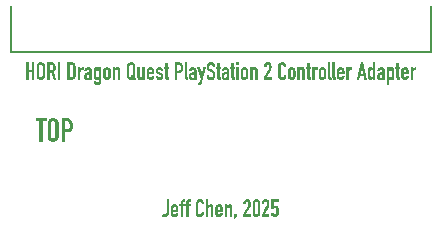
<source format=gbr>
%TF.GenerationSoftware,KiCad,Pcbnew,9.0.6*%
%TF.CreationDate,2026-02-06T14:40:20-05:00*%
%TF.ProjectId,DQ PS2 Controller Adapter,44512050-5332-4204-936f-6e74726f6c6c,1.0*%
%TF.SameCoordinates,Original*%
%TF.FileFunction,Legend,Top*%
%TF.FilePolarity,Positive*%
%FSLAX46Y46*%
G04 Gerber Fmt 4.6, Leading zero omitted, Abs format (unit mm)*
G04 Created by KiCad (PCBNEW 9.0.6) date 2026-02-06 14:40:20*
%MOMM*%
%LPD*%
G01*
G04 APERTURE LIST*
%ADD10C,0.152000*%
%ADD11C,0.150000*%
G04 APERTURE END LIST*
D10*
G36*
X146295153Y-104055233D02*
G01*
X146295153Y-105199206D01*
X146288815Y-105274555D01*
X146270498Y-105341471D01*
X146240593Y-105401490D01*
X146198616Y-105455752D01*
X146146058Y-105500804D01*
X146084127Y-105535711D01*
X146014390Y-105557389D01*
X145929704Y-105565112D01*
X145862426Y-105559666D01*
X145806029Y-105544327D01*
X145758521Y-105519958D01*
X145695109Y-105473095D01*
X145650443Y-105430565D01*
X145818421Y-105296017D01*
X145871910Y-105334944D01*
X145903271Y-105346779D01*
X145936024Y-105350697D01*
X145980079Y-105343370D01*
X146004226Y-105332922D01*
X146028439Y-105314977D01*
X146048861Y-105292881D01*
X146066175Y-105261396D01*
X146076823Y-105223613D01*
X146080921Y-105169805D01*
X146080921Y-104055233D01*
X146295153Y-104055233D01*
G37*
G36*
X146840837Y-104477937D02*
G01*
X146903134Y-104496702D01*
X146958970Y-104526971D01*
X147005075Y-104566128D01*
X147051188Y-104633470D01*
X147079325Y-104711756D01*
X147089156Y-104803990D01*
X147089156Y-105098639D01*
X146664448Y-105098639D01*
X146664448Y-105242895D01*
X146672002Y-105288415D01*
X146692841Y-105320106D01*
X146725222Y-105340130D01*
X146769778Y-105347308D01*
X146808571Y-105342662D01*
X146834291Y-105330530D01*
X146850744Y-105311863D01*
X146866966Y-105275753D01*
X146874924Y-105240788D01*
X147089156Y-105240788D01*
X147078986Y-105330882D01*
X147050124Y-105405210D01*
X147002968Y-105467293D01*
X146957025Y-105506418D01*
X146902035Y-105536536D01*
X146840691Y-105555207D01*
X146769686Y-105561723D01*
X146703505Y-105556703D01*
X146646931Y-105542472D01*
X146598319Y-105519774D01*
X146535848Y-105470645D01*
X146490058Y-105408308D01*
X146470922Y-105364056D01*
X146458551Y-105311771D01*
X146450216Y-105191970D01*
X146450216Y-104841176D01*
X146452574Y-104807288D01*
X146664448Y-104807288D01*
X146664448Y-104928646D01*
X146874924Y-104928646D01*
X146874924Y-104807288D01*
X146867094Y-104751895D01*
X146846531Y-104716246D01*
X146813899Y-104693742D01*
X146769778Y-104685838D01*
X146725498Y-104693749D01*
X146692841Y-104716246D01*
X146672278Y-104751895D01*
X146664448Y-104807288D01*
X146452574Y-104807288D01*
X146458551Y-104721375D01*
X146470922Y-104669091D01*
X146490058Y-104624838D01*
X146535851Y-104562520D01*
X146598319Y-104513463D01*
X146646936Y-104490714D01*
X146703510Y-104476453D01*
X146769686Y-104471423D01*
X146840837Y-104477937D01*
G37*
G36*
X147273803Y-105550000D02*
G01*
X147273803Y-104653140D01*
X147168290Y-104653140D01*
X147168290Y-104483147D01*
X147273803Y-104483147D01*
X147273803Y-104339074D01*
X147280031Y-104265465D01*
X147296976Y-104208648D01*
X147324676Y-104159413D01*
X147360174Y-104119897D01*
X147401089Y-104089647D01*
X147447643Y-104069888D01*
X147497868Y-104058915D01*
X147549950Y-104055233D01*
X147648960Y-104055233D01*
X147648960Y-104254535D01*
X147551599Y-104254535D01*
X147516383Y-104262631D01*
X147495946Y-104285267D01*
X147488035Y-104327900D01*
X147488035Y-104483147D01*
X147648960Y-104483147D01*
X147648960Y-104653140D01*
X147488035Y-104653140D01*
X147488035Y-105550000D01*
X147273803Y-105550000D01*
G37*
G36*
X147739819Y-105550000D02*
G01*
X147739819Y-104653140D01*
X147634306Y-104653140D01*
X147634306Y-104483147D01*
X147739819Y-104483147D01*
X147739819Y-104339074D01*
X147746047Y-104265465D01*
X147762991Y-104208648D01*
X147790691Y-104159413D01*
X147826189Y-104119897D01*
X147867104Y-104089647D01*
X147913658Y-104069888D01*
X147963883Y-104058915D01*
X148015966Y-104055233D01*
X148114976Y-104055233D01*
X148114976Y-104254535D01*
X148017614Y-104254535D01*
X147982398Y-104262631D01*
X147961961Y-104285267D01*
X147954050Y-104327900D01*
X147954050Y-104483147D01*
X148114976Y-104483147D01*
X148114976Y-104653140D01*
X147954050Y-104653140D01*
X147954050Y-105550000D01*
X147739819Y-105550000D01*
G37*
G36*
X149258032Y-105122452D02*
G01*
X149258032Y-105214959D01*
X149251436Y-105282698D01*
X149231837Y-105346301D01*
X149200635Y-105404932D01*
X149159572Y-105456577D01*
X149109593Y-105499858D01*
X149051494Y-105533330D01*
X148987700Y-105554547D01*
X148918504Y-105561723D01*
X148857677Y-105557580D01*
X148794765Y-105544870D01*
X148735122Y-105521748D01*
X148681650Y-105485977D01*
X148636418Y-105438755D01*
X148598851Y-105377808D01*
X148575186Y-105306058D01*
X148566336Y-105208640D01*
X148566336Y-104384778D01*
X148572735Y-104313189D01*
X148591432Y-104248216D01*
X148622037Y-104189080D01*
X148662782Y-104138948D01*
X148712935Y-104097938D01*
X148772783Y-104066407D01*
X148839188Y-104046876D01*
X148914291Y-104040121D01*
X148988246Y-104046669D01*
X149052668Y-104065472D01*
X149109350Y-104096043D01*
X149159572Y-104138948D01*
X149200387Y-104191251D01*
X149231837Y-104253436D01*
X149251342Y-104321768D01*
X149258032Y-104397418D01*
X149258032Y-104481498D01*
X149043801Y-104481498D01*
X149043801Y-104409965D01*
X149034746Y-104350689D01*
X149008263Y-104300789D01*
X148981752Y-104275064D01*
X148950273Y-104259825D01*
X148912184Y-104254535D01*
X148862031Y-104260900D01*
X148828439Y-104277674D01*
X148806671Y-104303903D01*
X148787621Y-104357332D01*
X148780568Y-104428925D01*
X148780568Y-105193985D01*
X148788013Y-105255289D01*
X148808778Y-105303162D01*
X148831119Y-105326676D01*
X148863626Y-105341686D01*
X148910078Y-105347308D01*
X148954957Y-105339981D01*
X148999928Y-105315801D01*
X149016601Y-105296514D01*
X149031161Y-105269548D01*
X149040372Y-105238006D01*
X149043801Y-105196092D01*
X149043801Y-105122452D01*
X149258032Y-105122452D01*
G37*
G36*
X149420698Y-105550000D02*
G01*
X149420698Y-104055233D01*
X149634929Y-104055233D01*
X149634929Y-104587011D01*
X149639051Y-104587011D01*
X149676159Y-104540805D01*
X149719560Y-104504030D01*
X149771371Y-104480094D01*
X149840002Y-104471423D01*
X149879405Y-104474787D01*
X149919411Y-104485070D01*
X149956823Y-104503043D01*
X149990577Y-104530316D01*
X150018288Y-104565436D01*
X150040769Y-104611283D01*
X150054542Y-104663804D01*
X150059637Y-104732091D01*
X150059637Y-105550000D01*
X149845406Y-105550000D01*
X149845406Y-104812050D01*
X149838069Y-104757619D01*
X149818295Y-104719543D01*
X149786199Y-104694592D01*
X149741175Y-104685838D01*
X149702913Y-104690638D01*
X149676174Y-104703485D01*
X149657827Y-104723756D01*
X149641405Y-104766545D01*
X149634929Y-104833025D01*
X149634929Y-105550000D01*
X149420698Y-105550000D01*
G37*
G36*
X150609992Y-104477937D02*
G01*
X150672290Y-104496702D01*
X150728125Y-104526971D01*
X150774231Y-104566128D01*
X150820343Y-104633470D01*
X150848481Y-104711756D01*
X150858311Y-104803990D01*
X150858311Y-105098639D01*
X150433603Y-105098639D01*
X150433603Y-105242895D01*
X150441157Y-105288415D01*
X150461997Y-105320106D01*
X150494378Y-105340130D01*
X150538933Y-105347308D01*
X150577726Y-105342662D01*
X150603447Y-105330530D01*
X150619900Y-105311863D01*
X150636122Y-105275753D01*
X150644080Y-105240788D01*
X150858311Y-105240788D01*
X150848142Y-105330882D01*
X150819279Y-105405210D01*
X150772124Y-105467293D01*
X150726181Y-105506418D01*
X150671191Y-105536536D01*
X150609846Y-105555207D01*
X150538842Y-105561723D01*
X150472660Y-105556703D01*
X150416086Y-105542472D01*
X150367475Y-105519774D01*
X150305003Y-105470645D01*
X150259214Y-105408308D01*
X150240078Y-105364056D01*
X150227707Y-105311771D01*
X150219372Y-105191970D01*
X150219372Y-104841176D01*
X150221730Y-104807288D01*
X150433603Y-104807288D01*
X150433603Y-104928646D01*
X150644080Y-104928646D01*
X150644080Y-104807288D01*
X150636250Y-104751895D01*
X150615687Y-104716246D01*
X150583054Y-104693742D01*
X150538933Y-104685838D01*
X150494654Y-104693749D01*
X150461997Y-104716246D01*
X150441434Y-104751895D01*
X150433603Y-104807288D01*
X150221730Y-104807288D01*
X150227707Y-104721375D01*
X150240078Y-104669091D01*
X150259214Y-104624838D01*
X150305007Y-104562520D01*
X150367475Y-104513463D01*
X150416092Y-104490714D01*
X150472666Y-104476453D01*
X150538842Y-104471423D01*
X150609992Y-104477937D01*
G37*
G36*
X151013650Y-105550000D02*
G01*
X151013650Y-104483147D01*
X151227881Y-104483147D01*
X151227881Y-104586645D01*
X151232003Y-104586645D01*
X151269103Y-104540608D01*
X151312511Y-104503938D01*
X151364316Y-104480072D01*
X151432954Y-104471423D01*
X151472356Y-104474787D01*
X151512363Y-104485070D01*
X151549775Y-104503043D01*
X151583529Y-104530316D01*
X151611240Y-104565436D01*
X151633721Y-104611283D01*
X151647494Y-104663804D01*
X151652589Y-104732091D01*
X151652589Y-105550000D01*
X151438357Y-105550000D01*
X151438357Y-104812050D01*
X151431021Y-104757619D01*
X151411247Y-104719543D01*
X151379151Y-104694592D01*
X151334127Y-104685838D01*
X151295865Y-104690638D01*
X151269125Y-104703485D01*
X151250779Y-104723756D01*
X151234357Y-104766545D01*
X151227881Y-104833025D01*
X151227881Y-105550000D01*
X151013650Y-105550000D01*
G37*
G36*
X151829909Y-105703140D02*
G01*
X151829909Y-105333112D01*
X152044141Y-105333112D01*
X152044141Y-105547527D01*
X151829909Y-105703140D01*
G37*
G36*
X152591947Y-105550000D02*
G01*
X152591947Y-105348224D01*
X152976355Y-104618427D01*
X153000212Y-104564521D01*
X153009785Y-104522714D01*
X153013999Y-104420682D01*
X153013999Y-104362888D01*
X153011242Y-104333532D01*
X153003466Y-104309124D01*
X152990441Y-104287964D01*
X152971958Y-104270289D01*
X152947929Y-104258920D01*
X152911142Y-104254535D01*
X152866833Y-104261724D01*
X152834480Y-104281830D01*
X152813807Y-104313922D01*
X152806178Y-104361697D01*
X152806178Y-104483788D01*
X152591947Y-104483788D01*
X152591947Y-104366002D01*
X152598296Y-104300482D01*
X152617043Y-104239881D01*
X152646969Y-104184505D01*
X152686103Y-104136841D01*
X152731817Y-104097393D01*
X152786578Y-104066407D01*
X152846964Y-104046759D01*
X152912149Y-104040121D01*
X152991864Y-104048183D01*
X153055489Y-104070621D01*
X153110320Y-104106726D01*
X153154957Y-104153694D01*
X153187382Y-104209414D01*
X153210370Y-104273586D01*
X153223674Y-104342268D01*
X153228230Y-104416560D01*
X153228230Y-104508060D01*
X153221910Y-104578493D01*
X153200753Y-104645812D01*
X153160636Y-104727786D01*
X152844006Y-105335585D01*
X153230886Y-105335585D01*
X153230886Y-105550000D01*
X152591947Y-105550000D01*
G37*
G36*
X153754349Y-104045664D02*
G01*
X153813314Y-104062194D01*
X153867787Y-104089317D01*
X153915255Y-104126308D01*
X153954622Y-104172209D01*
X153985597Y-104227241D01*
X154005114Y-104288913D01*
X154011975Y-104361697D01*
X154011975Y-105240239D01*
X154005118Y-105312954D01*
X153985597Y-105374694D01*
X153954628Y-105429649D01*
X153915255Y-105475536D01*
X153867787Y-105512527D01*
X153813314Y-105539650D01*
X153754349Y-105556180D01*
X153692505Y-105561723D01*
X153630582Y-105556178D01*
X153571605Y-105539650D01*
X153517132Y-105512527D01*
X153469664Y-105475536D01*
X153430218Y-105429642D01*
X153399231Y-105374694D01*
X153379847Y-105312965D01*
X153373036Y-105240239D01*
X153373036Y-104361697D01*
X153373045Y-104361605D01*
X153587267Y-104361605D01*
X153587267Y-105240147D01*
X153594785Y-105282896D01*
X153616668Y-105316900D01*
X153649945Y-105339524D01*
X153692597Y-105347308D01*
X153735075Y-105339529D01*
X153768251Y-105316900D01*
X153790205Y-105282888D01*
X153797743Y-105240147D01*
X153797743Y-104361605D01*
X153790206Y-104318959D01*
X153768251Y-104285035D01*
X153735068Y-104262335D01*
X153692597Y-104254535D01*
X153649952Y-104262340D01*
X153616668Y-104285035D01*
X153594784Y-104318951D01*
X153587267Y-104361605D01*
X153373045Y-104361605D01*
X153379851Y-104288903D01*
X153399231Y-104227241D01*
X153430224Y-104172216D01*
X153469664Y-104126308D01*
X153517132Y-104089317D01*
X153571605Y-104062194D01*
X153630582Y-104045666D01*
X153692505Y-104040121D01*
X153754349Y-104045664D01*
G37*
G36*
X154154124Y-105550000D02*
G01*
X154154124Y-105348224D01*
X154538532Y-104618427D01*
X154562389Y-104564521D01*
X154571963Y-104522714D01*
X154576176Y-104420682D01*
X154576176Y-104362888D01*
X154573420Y-104333532D01*
X154565643Y-104309124D01*
X154552618Y-104287964D01*
X154534136Y-104270289D01*
X154510107Y-104258920D01*
X154473319Y-104254535D01*
X154429010Y-104261724D01*
X154396657Y-104281830D01*
X154375984Y-104313922D01*
X154368356Y-104361697D01*
X154368356Y-104483788D01*
X154154124Y-104483788D01*
X154154124Y-104366002D01*
X154160473Y-104300482D01*
X154179220Y-104239881D01*
X154209147Y-104184505D01*
X154248280Y-104136841D01*
X154293995Y-104097393D01*
X154348755Y-104066407D01*
X154409141Y-104046759D01*
X154474327Y-104040121D01*
X154554041Y-104048183D01*
X154617667Y-104070621D01*
X154672497Y-104106726D01*
X154717135Y-104153694D01*
X154749560Y-104209414D01*
X154772547Y-104273586D01*
X154785852Y-104342268D01*
X154790407Y-104416560D01*
X154790407Y-104508060D01*
X154784088Y-104578493D01*
X154762930Y-104645812D01*
X154722813Y-104727786D01*
X154406183Y-105335585D01*
X154793064Y-105335585D01*
X154793064Y-105550000D01*
X154154124Y-105550000D01*
G37*
G36*
X155574152Y-104055233D02*
G01*
X155574152Y-104254535D01*
X155146239Y-104254535D01*
X155146239Y-104657445D01*
X155179189Y-104631259D01*
X155222442Y-104608535D01*
X155270939Y-104593779D01*
X155326307Y-104588660D01*
X155397035Y-104596463D01*
X155455815Y-104618648D01*
X155505276Y-104654880D01*
X155541952Y-104703389D01*
X155565492Y-104767943D01*
X155574152Y-104853541D01*
X155574152Y-105240239D01*
X155567296Y-105312954D01*
X155547774Y-105374694D01*
X155516805Y-105429649D01*
X155477432Y-105475536D01*
X155429964Y-105512527D01*
X155375491Y-105539650D01*
X155316526Y-105556180D01*
X155254683Y-105561723D01*
X155192759Y-105556178D01*
X155133782Y-105539650D01*
X155079316Y-105512508D01*
X155031841Y-105475444D01*
X154992396Y-105429461D01*
X154961408Y-105374419D01*
X154942028Y-105312667D01*
X154935213Y-105239781D01*
X154935213Y-105176674D01*
X155146239Y-105176674D01*
X155146239Y-105231446D01*
X155154458Y-105281515D01*
X155177196Y-105316809D01*
X155212134Y-105339444D01*
X155257339Y-105347308D01*
X155301958Y-105339537D01*
X155333176Y-105317908D01*
X155352734Y-105284103D01*
X155359921Y-105235659D01*
X155359921Y-104883766D01*
X155352708Y-104842505D01*
X155331344Y-104807929D01*
X155299086Y-104784243D01*
X155258529Y-104776238D01*
X155232435Y-104778849D01*
X155212093Y-104786038D01*
X155180402Y-104808753D01*
X155161443Y-104836871D01*
X155148712Y-104856380D01*
X154958660Y-104856380D01*
X154958660Y-104055233D01*
X155574152Y-104055233D01*
G37*
G36*
X134196065Y-93940000D02*
G01*
X134196065Y-92445233D01*
X134410296Y-92445233D01*
X134410296Y-93084173D01*
X134673529Y-93084173D01*
X134673529Y-92445233D01*
X134887760Y-92445233D01*
X134887760Y-93940000D01*
X134673529Y-93940000D01*
X134673529Y-93271751D01*
X134410296Y-93271751D01*
X134410296Y-93940000D01*
X134196065Y-93940000D01*
G37*
G36*
X135501922Y-92435848D02*
G01*
X135566633Y-92453293D01*
X135627794Y-92481615D01*
X135683229Y-92520521D01*
X135728388Y-92571732D01*
X135765111Y-92636109D01*
X135788402Y-92708988D01*
X135796618Y-92795752D01*
X135796618Y-93586092D01*
X135788254Y-93676205D01*
X135765111Y-93747841D01*
X135728412Y-93810052D01*
X135683229Y-93859216D01*
X135627657Y-93899808D01*
X135566633Y-93928642D01*
X135501925Y-93946018D01*
X135437490Y-93951723D01*
X135372975Y-93946016D01*
X135308255Y-93928642D01*
X135247598Y-93899713D01*
X135193766Y-93859216D01*
X135146947Y-93809899D01*
X135109777Y-93747841D01*
X135086634Y-93676205D01*
X135078270Y-93586092D01*
X135078270Y-92795752D01*
X135292501Y-92795752D01*
X135292501Y-93586092D01*
X135297908Y-93636015D01*
X135312579Y-93673125D01*
X135335549Y-93700580D01*
X135382300Y-93728033D01*
X135437490Y-93737308D01*
X135492601Y-93728037D01*
X135539339Y-93700580D01*
X135562310Y-93673125D01*
X135576980Y-93636015D01*
X135582387Y-93586092D01*
X135582387Y-92795752D01*
X135576978Y-92745831D01*
X135562306Y-92708755D01*
X135539339Y-92681355D01*
X135492594Y-92653828D01*
X135437490Y-92644535D01*
X135382306Y-92653832D01*
X135335549Y-92681355D01*
X135312582Y-92708755D01*
X135297911Y-92745831D01*
X135292501Y-92795752D01*
X135078270Y-92795752D01*
X135086486Y-92708988D01*
X135109777Y-92636109D01*
X135146976Y-92571884D01*
X135193766Y-92520521D01*
X135247457Y-92481711D01*
X135308255Y-92453293D01*
X135372979Y-92435850D01*
X135437490Y-92430121D01*
X135501922Y-92435848D01*
G37*
G36*
X136430864Y-92454795D02*
G01*
X136512942Y-92481256D01*
X136578401Y-92522900D01*
X136630231Y-92580302D01*
X136669539Y-92656239D01*
X136695390Y-92755342D01*
X136704927Y-92883680D01*
X136699932Y-92971205D01*
X136685913Y-93045398D01*
X136663986Y-93108261D01*
X136630689Y-93164688D01*
X136583452Y-93214171D01*
X136520096Y-93257280D01*
X136751089Y-93940000D01*
X136524310Y-93940000D01*
X136325648Y-93301060D01*
X136198154Y-93301060D01*
X136198154Y-93940000D01*
X135983922Y-93940000D01*
X135983922Y-93113482D01*
X136198154Y-93113482D01*
X136319329Y-93113482D01*
X136372488Y-93109066D01*
X136409180Y-93097636D01*
X136439209Y-93078142D01*
X136461478Y-93052207D01*
X136475230Y-93020368D01*
X136484467Y-92979301D01*
X136490696Y-92879009D01*
X136484467Y-92778716D01*
X136474813Y-92737486D01*
X136459371Y-92703612D01*
X136428010Y-92672705D01*
X136380055Y-92652342D01*
X136308887Y-92644535D01*
X136198154Y-92644535D01*
X136198154Y-93113482D01*
X135983922Y-93113482D01*
X135983922Y-92445233D01*
X136327664Y-92445233D01*
X136430864Y-92454795D01*
G37*
G36*
X136883713Y-93940000D02*
G01*
X136883713Y-92445233D01*
X137097944Y-92445233D01*
X137097944Y-93940000D01*
X136883713Y-93940000D01*
G37*
G36*
X138104109Y-92452403D02*
G01*
X138179448Y-92472371D01*
X138241239Y-92503676D01*
X138291834Y-92546075D01*
X138331910Y-92598878D01*
X138361590Y-92662502D01*
X138380504Y-92739133D01*
X138387272Y-92831564D01*
X138387272Y-93530679D01*
X138379761Y-93636617D01*
X138359163Y-93720908D01*
X138327524Y-93787702D01*
X138285606Y-93840257D01*
X138232132Y-93882104D01*
X138167246Y-93913111D01*
X138088596Y-93932902D01*
X137993155Y-93940000D01*
X137695576Y-93940000D01*
X137695576Y-93740697D01*
X137909808Y-93740697D01*
X138007993Y-93740697D01*
X138066075Y-93734783D01*
X138107030Y-93719146D01*
X138135396Y-93695360D01*
X138154883Y-93662846D01*
X138168043Y-93616887D01*
X138173040Y-93553119D01*
X138173040Y-92830007D01*
X138163228Y-92748004D01*
X138137503Y-92692987D01*
X138109998Y-92667668D01*
X138068622Y-92650935D01*
X138007993Y-92644535D01*
X137909808Y-92644535D01*
X137909808Y-93740697D01*
X137695576Y-93740697D01*
X137695576Y-92445233D01*
X138012115Y-92445233D01*
X138104109Y-92452403D01*
G37*
G36*
X138577781Y-93940000D02*
G01*
X138577781Y-92873147D01*
X138792013Y-92873147D01*
X138792013Y-92987178D01*
X138858323Y-92933621D01*
X138920240Y-92895037D01*
X138988233Y-92870389D01*
X139076037Y-92861423D01*
X139076037Y-93088477D01*
X139043885Y-93078988D01*
X139010824Y-93075838D01*
X138938192Y-93087470D01*
X138901234Y-93102887D01*
X138867759Y-93126304D01*
X138837616Y-93157356D01*
X138812987Y-93197837D01*
X138797652Y-93245213D01*
X138792013Y-93307105D01*
X138792013Y-93940000D01*
X138577781Y-93940000D01*
G37*
G36*
X139513032Y-92866784D02*
G01*
X139573468Y-92882489D01*
X139628855Y-92908803D01*
X139676599Y-92945412D01*
X139713890Y-92991848D01*
X139743919Y-93050559D01*
X139762532Y-93116836D01*
X139769198Y-93197562D01*
X139769198Y-93939175D01*
X139554966Y-93939175D01*
X139554966Y-93830823D01*
X139550753Y-93830823D01*
X139506751Y-93884151D01*
X139465482Y-93920491D01*
X139416632Y-93943113D01*
X139344307Y-93951723D01*
X139267462Y-93940091D01*
X139230060Y-93924008D01*
X139192724Y-93897135D01*
X139161281Y-93862555D01*
X139134747Y-93812047D01*
X139118770Y-93751885D01*
X139112673Y-93668157D01*
X139114490Y-93627857D01*
X139326905Y-93627857D01*
X139334754Y-93684339D01*
X139356489Y-93726409D01*
X139391344Y-93754470D01*
X139438829Y-93764145D01*
X139488498Y-93754868D01*
X139524283Y-93728516D01*
X139546637Y-93687594D01*
X139554966Y-93627857D01*
X139554966Y-93483235D01*
X139495799Y-93476915D01*
X139429906Y-93485376D01*
X139376455Y-93509430D01*
X139350234Y-93535059D01*
X139333300Y-93572977D01*
X139326905Y-93627857D01*
X139114490Y-93627857D01*
X139116614Y-93580757D01*
X139127419Y-93509705D01*
X139148946Y-93445962D01*
X139182191Y-93395216D01*
X139225861Y-93357294D01*
X139285414Y-93328995D01*
X139355473Y-93313015D01*
X139451835Y-93306922D01*
X139474916Y-93306922D01*
X139498088Y-93309029D01*
X139523367Y-93311135D01*
X139554966Y-93313242D01*
X139554966Y-93201959D01*
X139548774Y-93150584D01*
X139531702Y-93111558D01*
X139513363Y-93092627D01*
X139486314Y-93080435D01*
X139447255Y-93075838D01*
X139407112Y-93082582D01*
X139370227Y-93103132D01*
X139342034Y-93135760D01*
X139324798Y-93182999D01*
X139116886Y-93182999D01*
X139132058Y-93091418D01*
X139164421Y-93015403D01*
X139213698Y-92951823D01*
X139259531Y-92914525D01*
X139314631Y-92885603D01*
X139376093Y-92867687D01*
X139447255Y-92861423D01*
X139513032Y-92866784D01*
G37*
G36*
X140216345Y-92872780D02*
G01*
X140267636Y-92895678D01*
X140309494Y-92930208D01*
X140349244Y-92972981D01*
X140349244Y-92876078D01*
X140563476Y-92876078D01*
X140563476Y-94072165D01*
X140559083Y-94126647D01*
X140545615Y-94182533D01*
X140522402Y-94235314D01*
X140488096Y-94282459D01*
X140443595Y-94323812D01*
X140387438Y-94357105D01*
X140322996Y-94377994D01*
X140242998Y-94385498D01*
X140194564Y-94381662D01*
X140142431Y-94369653D01*
X140092485Y-94348591D01*
X140046078Y-94316164D01*
X140004107Y-94275315D01*
X139967493Y-94220543D01*
X139941495Y-94155424D01*
X139924536Y-94066212D01*
X140138768Y-94066212D01*
X140145597Y-94102280D01*
X140167161Y-94137561D01*
X140201001Y-94162213D01*
X140250326Y-94171084D01*
X140297013Y-94162330D01*
X140326072Y-94138569D01*
X140343101Y-94102817D01*
X140349244Y-94055679D01*
X140349244Y-93845844D01*
X140345123Y-93845844D01*
X140305593Y-93892925D01*
X140260401Y-93926810D01*
X140208236Y-93947797D01*
X140146278Y-93955112D01*
X140081397Y-93948107D01*
X140030673Y-93928708D01*
X139990864Y-93897802D01*
X139960165Y-93854179D01*
X139944357Y-93815897D01*
X139932871Y-93765976D01*
X139924536Y-93625201D01*
X139924536Y-93223391D01*
X140138768Y-93223391D01*
X140138768Y-93614576D01*
X140144417Y-93662681D01*
X140160567Y-93702870D01*
X140178324Y-93723047D01*
X140204703Y-93735878D01*
X140242998Y-93740697D01*
X140285055Y-93732503D01*
X140319019Y-93708183D01*
X140341440Y-93671787D01*
X140349244Y-93625109D01*
X140349244Y-93210843D01*
X140341510Y-93156086D01*
X140320027Y-93115130D01*
X140286309Y-93087565D01*
X140242998Y-93078311D01*
X140209060Y-93083076D01*
X140183337Y-93096371D01*
X140163772Y-93118336D01*
X140145554Y-93162374D01*
X140138768Y-93223391D01*
X139924536Y-93223391D01*
X139924536Y-93219453D01*
X139930856Y-93049276D01*
X139947721Y-92984108D01*
X139980113Y-92932480D01*
X140029133Y-92891648D01*
X140074901Y-92872115D01*
X140148385Y-92864354D01*
X140216345Y-92872780D01*
G37*
G36*
X141108793Y-92866453D02*
G01*
X141165306Y-92880714D01*
X141213864Y-92903463D01*
X141276407Y-92952527D01*
X141322216Y-93014838D01*
X141341352Y-93059091D01*
X141353723Y-93111375D01*
X141362150Y-93231176D01*
X141362150Y-93581970D01*
X141353723Y-93701771D01*
X141341352Y-93754056D01*
X141322216Y-93798308D01*
X141276411Y-93860638D01*
X141213864Y-93909774D01*
X141165312Y-93932472D01*
X141108799Y-93946703D01*
X141042680Y-93951723D01*
X140976499Y-93946703D01*
X140919925Y-93932472D01*
X140871313Y-93909774D01*
X140808842Y-93860645D01*
X140763053Y-93798308D01*
X140743916Y-93754056D01*
X140731545Y-93701771D01*
X140723210Y-93581970D01*
X140723210Y-93231176D01*
X140725542Y-93197654D01*
X140937442Y-93197654D01*
X140937442Y-93615584D01*
X140945275Y-93671152D01*
X140965835Y-93706900D01*
X140998492Y-93729397D01*
X141042772Y-93737308D01*
X141086893Y-93729405D01*
X141119525Y-93706900D01*
X141140085Y-93671152D01*
X141147918Y-93615584D01*
X141147918Y-93197654D01*
X141140085Y-93142086D01*
X141119525Y-93106338D01*
X141086885Y-93083762D01*
X141042772Y-93075838D01*
X140998500Y-93083770D01*
X140965835Y-93106338D01*
X140945275Y-93142086D01*
X140937442Y-93197654D01*
X140725542Y-93197654D01*
X140731545Y-93111375D01*
X140743916Y-93059091D01*
X140763053Y-93014838D01*
X140808845Y-92952520D01*
X140871313Y-92903463D01*
X140919931Y-92880714D01*
X140976504Y-92866453D01*
X141042680Y-92861423D01*
X141108793Y-92866453D01*
G37*
G36*
X141517488Y-93940000D02*
G01*
X141517488Y-92873147D01*
X141731720Y-92873147D01*
X141731720Y-92976645D01*
X141735841Y-92976645D01*
X141772941Y-92930608D01*
X141816350Y-92893938D01*
X141868154Y-92870072D01*
X141936792Y-92861423D01*
X141976195Y-92864787D01*
X142016202Y-92875070D01*
X142053614Y-92893043D01*
X142087368Y-92920316D01*
X142115078Y-92955436D01*
X142137560Y-93001283D01*
X142151333Y-93053804D01*
X142156427Y-93122091D01*
X142156427Y-93940000D01*
X141942196Y-93940000D01*
X141942196Y-93202050D01*
X141934860Y-93147619D01*
X141915085Y-93109543D01*
X141882990Y-93084592D01*
X141837965Y-93075838D01*
X141799704Y-93080638D01*
X141772964Y-93093485D01*
X141754617Y-93113756D01*
X141738196Y-93156545D01*
X141731720Y-93223025D01*
X141731720Y-93940000D01*
X141517488Y-93940000D01*
G37*
G36*
X143147211Y-92435848D02*
G01*
X143211923Y-92453293D01*
X143273090Y-92481595D01*
X143328518Y-92520430D01*
X143373682Y-92571715D01*
X143410401Y-92636109D01*
X143433692Y-92708988D01*
X143441908Y-92795752D01*
X143441908Y-93586092D01*
X143433633Y-93670434D01*
X143410401Y-93739415D01*
X143542750Y-93846577D01*
X143433482Y-93976911D01*
X143307452Y-93873962D01*
X143239624Y-93917124D01*
X143165401Y-93942917D01*
X143082780Y-93951723D01*
X143018185Y-93946014D01*
X142953453Y-93928642D01*
X142892873Y-93899718D01*
X142839056Y-93859216D01*
X142792237Y-93809899D01*
X142755067Y-93747841D01*
X142731924Y-93676205D01*
X142723559Y-93586092D01*
X142723559Y-92795752D01*
X142937791Y-92795752D01*
X142937791Y-93586092D01*
X142943198Y-93636015D01*
X142957868Y-93673125D01*
X142980839Y-93700580D01*
X143027589Y-93728033D01*
X143082780Y-93737308D01*
X143128941Y-93728882D01*
X143032313Y-93651121D01*
X143141581Y-93520879D01*
X143227677Y-93590213D01*
X143227677Y-93586092D01*
X143227677Y-92795752D01*
X143222267Y-92745831D01*
X143207596Y-92708755D01*
X143184629Y-92681355D01*
X143137884Y-92653828D01*
X143082780Y-92644535D01*
X143027596Y-92653832D01*
X142980839Y-92681355D01*
X142957872Y-92708755D01*
X142943200Y-92745831D01*
X142937791Y-92795752D01*
X142723559Y-92795752D01*
X142731776Y-92708988D01*
X142755067Y-92636109D01*
X142792265Y-92571884D01*
X142839056Y-92520521D01*
X142892747Y-92481711D01*
X142953545Y-92453293D01*
X143018268Y-92435850D01*
X143082780Y-92430121D01*
X143147211Y-92435848D01*
G37*
G36*
X144256427Y-92873147D02*
G01*
X144256427Y-93940000D01*
X144042196Y-93940000D01*
X144042196Y-93836502D01*
X144038074Y-93836502D01*
X144000952Y-93882607D01*
X143957474Y-93919300D01*
X143905755Y-93943094D01*
X143837124Y-93951723D01*
X143797721Y-93948359D01*
X143757714Y-93938076D01*
X143720292Y-93920051D01*
X143686548Y-93892830D01*
X143658812Y-93857727D01*
X143636264Y-93811955D01*
X143622559Y-93759348D01*
X143617488Y-93690963D01*
X143617488Y-92873147D01*
X143831720Y-92873147D01*
X143831720Y-93611188D01*
X143839056Y-93665619D01*
X143858831Y-93703695D01*
X143890918Y-93728575D01*
X143935950Y-93737308D01*
X143974221Y-93732517D01*
X144000960Y-93719698D01*
X144019298Y-93699481D01*
X144035718Y-93656683D01*
X144042196Y-93590122D01*
X144042196Y-92873147D01*
X144256427Y-92873147D01*
G37*
G36*
X144806782Y-92867937D02*
G01*
X144869080Y-92886702D01*
X144924916Y-92916971D01*
X144971021Y-92956128D01*
X145017133Y-93023470D01*
X145045271Y-93101756D01*
X145055102Y-93193990D01*
X145055102Y-93488639D01*
X144630394Y-93488639D01*
X144630394Y-93632895D01*
X144637948Y-93678415D01*
X144658787Y-93710106D01*
X144691168Y-93730130D01*
X144735724Y-93737308D01*
X144774517Y-93732662D01*
X144800237Y-93720530D01*
X144816690Y-93701863D01*
X144832912Y-93665753D01*
X144840870Y-93630788D01*
X145055102Y-93630788D01*
X145044932Y-93720882D01*
X145016070Y-93795210D01*
X144968914Y-93857293D01*
X144922971Y-93896418D01*
X144867981Y-93926536D01*
X144806637Y-93945207D01*
X144735632Y-93951723D01*
X144669451Y-93946703D01*
X144612877Y-93932472D01*
X144564265Y-93909774D01*
X144501793Y-93860645D01*
X144456004Y-93798308D01*
X144436868Y-93754056D01*
X144424497Y-93701771D01*
X144416162Y-93581970D01*
X144416162Y-93231176D01*
X144418520Y-93197288D01*
X144630394Y-93197288D01*
X144630394Y-93318646D01*
X144840870Y-93318646D01*
X144840870Y-93197288D01*
X144833040Y-93141895D01*
X144812477Y-93106246D01*
X144779845Y-93083742D01*
X144735724Y-93075838D01*
X144691444Y-93083749D01*
X144658787Y-93106246D01*
X144638224Y-93141895D01*
X144630394Y-93197288D01*
X144418520Y-93197288D01*
X144424497Y-93111375D01*
X144436868Y-93059091D01*
X144456004Y-93014838D01*
X144501797Y-92952520D01*
X144564265Y-92903463D01*
X144612882Y-92880714D01*
X144669456Y-92866453D01*
X144735632Y-92861423D01*
X144806782Y-92867937D01*
G37*
G36*
X145597321Y-93170635D02*
G01*
X145588644Y-93121085D01*
X145564897Y-93088203D01*
X145530120Y-93067571D01*
X145490709Y-93060725D01*
X145445490Y-93069238D01*
X145413406Y-93093332D01*
X145393062Y-93128350D01*
X145386295Y-93168070D01*
X145389908Y-93197090D01*
X145401041Y-93226139D01*
X145423832Y-93250702D01*
X145476970Y-93277613D01*
X145603457Y-93328171D01*
X145679158Y-93365252D01*
X145732831Y-93407461D01*
X145768871Y-93454658D01*
X145794008Y-93509521D01*
X145809097Y-93567509D01*
X145814208Y-93629506D01*
X145808038Y-93695014D01*
X145789937Y-93754802D01*
X145761143Y-93809433D01*
X145723533Y-93856926D01*
X145677476Y-93896211D01*
X145622325Y-93926444D01*
X145561311Y-93945275D01*
X145493640Y-93951723D01*
X145409765Y-93942308D01*
X145337586Y-93915138D01*
X145274462Y-93870116D01*
X145234722Y-93826069D01*
X145202655Y-93770922D01*
X145182448Y-93708016D01*
X145175269Y-93631887D01*
X145375945Y-93631887D01*
X145386872Y-93674680D01*
X145406903Y-93714411D01*
X145426258Y-93734723D01*
X145454025Y-93747616D01*
X145493273Y-93752421D01*
X145537700Y-93744844D01*
X145577537Y-93721921D01*
X145605250Y-93685994D01*
X145614906Y-93636558D01*
X145608932Y-93594915D01*
X145591734Y-93560812D01*
X145561894Y-93533180D01*
X145507378Y-93505949D01*
X145404064Y-93468031D01*
X145340013Y-93437879D01*
X145287491Y-93400390D01*
X145244970Y-93355465D01*
X145213212Y-93302942D01*
X145193767Y-93242800D01*
X145186993Y-93173107D01*
X145193366Y-93107651D01*
X145212089Y-93047903D01*
X145242074Y-92993670D01*
X145281240Y-92947793D01*
X145326558Y-92910764D01*
X145379517Y-92883588D01*
X145437704Y-92867052D01*
X145500967Y-92861423D01*
X145564105Y-92867282D01*
X145621318Y-92884412D01*
X145673138Y-92912253D01*
X145716664Y-92949167D01*
X145751950Y-92994438D01*
X145779404Y-93048452D01*
X145796651Y-93107376D01*
X145802485Y-93170635D01*
X145597321Y-93170635D01*
G37*
G36*
X145951687Y-92873147D02*
G01*
X145951687Y-92550746D01*
X146165918Y-92550746D01*
X146165918Y-92873147D01*
X146294878Y-92873147D01*
X146294878Y-93043140D01*
X146165918Y-93043140D01*
X146165918Y-93635368D01*
X146173062Y-93694352D01*
X146182713Y-93713068D01*
X146196601Y-93726043D01*
X146236535Y-93738591D01*
X146294878Y-93740697D01*
X146294878Y-93940000D01*
X146207500Y-93940000D01*
X146138411Y-93933779D01*
X146085867Y-93916919D01*
X146041127Y-93890090D01*
X146007832Y-93858117D01*
X145982657Y-93820149D01*
X145965150Y-93777242D01*
X145954955Y-93732184D01*
X145951687Y-93690047D01*
X145951687Y-93043140D01*
X145843517Y-93043140D01*
X145843517Y-92873147D01*
X145951687Y-92873147D01*
G37*
G36*
X147186325Y-92451329D02*
G01*
X147256859Y-92468314D01*
X147320208Y-92499611D01*
X147379042Y-92549922D01*
X147425318Y-92613338D01*
X147454879Y-92687034D01*
X147470031Y-92772496D01*
X147476037Y-92899525D01*
X147472850Y-92996128D01*
X147464405Y-93069152D01*
X147446315Y-93135947D01*
X147414854Y-93198936D01*
X147362953Y-93264205D01*
X147296518Y-93313059D01*
X147245644Y-93334616D01*
X147181912Y-93348688D01*
X147102437Y-93353817D01*
X146992711Y-93353817D01*
X146992711Y-93940000D01*
X146778479Y-93940000D01*
X146778479Y-93154515D01*
X146992711Y-93154515D01*
X147097582Y-93154515D01*
X147159569Y-93149153D01*
X147200164Y-93135555D01*
X147232058Y-93112618D01*
X147253745Y-93082799D01*
X147266308Y-93048775D01*
X147270873Y-93004855D01*
X147270873Y-92901632D01*
X147270873Y-92801523D01*
X147266420Y-92756052D01*
X147253837Y-92718266D01*
X147232576Y-92686606D01*
X147202912Y-92663495D01*
X147164661Y-92649917D01*
X147105184Y-92644535D01*
X146992711Y-92644535D01*
X146992711Y-93154515D01*
X146778479Y-93154515D01*
X146778479Y-92445233D01*
X147100880Y-92445233D01*
X147186325Y-92451329D01*
G37*
G36*
X147609393Y-92445233D02*
G01*
X147823625Y-92445233D01*
X147823625Y-93641413D01*
X147830193Y-93696381D01*
X147845698Y-93724486D01*
X147873881Y-93741301D01*
X147928863Y-93752879D01*
X147928863Y-93954654D01*
X147857217Y-93951589D01*
X147796422Y-93943022D01*
X147741143Y-93925663D01*
X147695580Y-93897868D01*
X147659193Y-93860704D01*
X147631467Y-93808566D01*
X147615549Y-93745750D01*
X147609393Y-93656067D01*
X147609393Y-92445233D01*
G37*
G36*
X148376117Y-92866784D02*
G01*
X148436552Y-92882489D01*
X148491939Y-92908803D01*
X148539684Y-92945412D01*
X148576974Y-92991848D01*
X148607003Y-93050559D01*
X148625617Y-93116836D01*
X148632282Y-93197562D01*
X148632282Y-93939175D01*
X148418051Y-93939175D01*
X148418051Y-93830823D01*
X148413838Y-93830823D01*
X148369835Y-93884151D01*
X148328566Y-93920491D01*
X148279717Y-93943113D01*
X148207391Y-93951723D01*
X148130546Y-93940091D01*
X148093144Y-93924008D01*
X148055808Y-93897135D01*
X148024365Y-93862555D01*
X147997831Y-93812047D01*
X147981854Y-93751885D01*
X147975758Y-93668157D01*
X147977575Y-93627857D01*
X148189989Y-93627857D01*
X148197838Y-93684339D01*
X148219573Y-93726409D01*
X148254429Y-93754470D01*
X148301913Y-93764145D01*
X148351582Y-93754868D01*
X148387368Y-93728516D01*
X148409721Y-93687594D01*
X148418051Y-93627857D01*
X148418051Y-93483235D01*
X148358883Y-93476915D01*
X148292990Y-93485376D01*
X148239540Y-93509430D01*
X148213318Y-93535059D01*
X148196385Y-93572977D01*
X148189989Y-93627857D01*
X147977575Y-93627857D01*
X147979698Y-93580757D01*
X147990504Y-93509705D01*
X148012030Y-93445962D01*
X148045275Y-93395216D01*
X148088946Y-93357294D01*
X148148498Y-93328995D01*
X148218557Y-93313015D01*
X148314919Y-93306922D01*
X148338000Y-93306922D01*
X148361173Y-93309029D01*
X148386452Y-93311135D01*
X148418051Y-93313242D01*
X148418051Y-93201959D01*
X148411858Y-93150584D01*
X148394787Y-93111558D01*
X148376448Y-93092627D01*
X148349399Y-93080435D01*
X148310340Y-93075838D01*
X148270196Y-93082582D01*
X148233312Y-93103132D01*
X148205119Y-93135760D01*
X148187882Y-93182999D01*
X147979971Y-93182999D01*
X147995142Y-93091418D01*
X148027506Y-93015403D01*
X148076782Y-92951823D01*
X148122615Y-92914525D01*
X148177716Y-92885603D01*
X148239178Y-92867687D01*
X148310340Y-92861423D01*
X148376117Y-92866784D01*
G37*
G36*
X148674964Y-92876078D02*
G01*
X148901743Y-92876078D01*
X149048747Y-93542128D01*
X149052960Y-93542128D01*
X149197857Y-92876078D01*
X149418408Y-92876078D01*
X149111762Y-94127670D01*
X149090695Y-94195034D01*
X149064501Y-94245456D01*
X149031229Y-94288082D01*
X148994159Y-94321202D01*
X148952599Y-94346291D01*
X148909071Y-94362143D01*
X148863399Y-94370840D01*
X148815648Y-94373775D01*
X148756846Y-94373775D01*
X148756846Y-94174473D01*
X148805206Y-94174473D01*
X148859795Y-94166046D01*
X148880848Y-94153220D01*
X148901743Y-94128128D01*
X148917023Y-94095241D01*
X148933251Y-94044871D01*
X148966864Y-93896219D01*
X148674964Y-92876078D01*
G37*
G36*
X150207923Y-92873605D02*
G01*
X149993692Y-92873605D01*
X149993692Y-92825245D01*
X149984725Y-92755555D01*
X149959071Y-92698116D01*
X149931981Y-92669207D01*
X149894400Y-92651164D01*
X149842658Y-92644535D01*
X149801415Y-92649099D01*
X149771400Y-92661388D01*
X149746586Y-92680402D01*
X149727345Y-92703337D01*
X149713324Y-92732184D01*
X149704264Y-92765344D01*
X149697944Y-92837793D01*
X149701058Y-92911432D01*
X149716904Y-92964005D01*
X149732083Y-92985251D01*
X149753540Y-93003939D01*
X149819669Y-93037461D01*
X149983342Y-93102674D01*
X150050008Y-93133547D01*
X150098747Y-93166788D01*
X150138352Y-93206696D01*
X150167990Y-93251876D01*
X150187104Y-93304657D01*
X150199497Y-93366456D01*
X150207923Y-93512452D01*
X150203029Y-93605077D01*
X150188964Y-93688032D01*
X150163683Y-93764256D01*
X150128056Y-93825602D01*
X150077506Y-93877720D01*
X150012285Y-93918109D01*
X149935915Y-93942736D01*
X149837804Y-93951723D01*
X149762052Y-93944786D01*
X149692724Y-93924429D01*
X149629777Y-93891529D01*
X149577044Y-93848683D01*
X149533869Y-93796636D01*
X149500382Y-93736301D01*
X149479220Y-93669951D01*
X149471989Y-93596533D01*
X149471989Y-93516666D01*
X149686221Y-93516666D01*
X149686221Y-93583985D01*
X149694899Y-93639855D01*
X149720934Y-93690047D01*
X149747604Y-93715193D01*
X149785263Y-93731304D01*
X149837804Y-93737308D01*
X149889206Y-93732865D01*
X149923167Y-93721555D01*
X149950293Y-93702353D01*
X149970519Y-93676400D01*
X149983698Y-93644884D01*
X149990486Y-93605967D01*
X149993692Y-93514559D01*
X149989479Y-93417930D01*
X149982771Y-93382299D01*
X149972718Y-93356931D01*
X149955705Y-93336023D01*
X149933883Y-93319195D01*
X149869861Y-93287596D01*
X149716721Y-93224490D01*
X149629613Y-93179476D01*
X149569545Y-93129398D01*
X149530882Y-93074281D01*
X149505712Y-93010218D01*
X149489525Y-92932962D01*
X149483713Y-92839899D01*
X149489567Y-92757414D01*
X149506794Y-92680256D01*
X149536085Y-92608998D01*
X149576037Y-92550013D01*
X149625627Y-92501249D01*
X149688327Y-92462727D01*
X149760826Y-92438738D01*
X149850993Y-92430121D01*
X149928225Y-92437670D01*
X149996898Y-92459613D01*
X150059021Y-92494035D01*
X150111295Y-92537374D01*
X150165720Y-92609151D01*
X150197326Y-92685419D01*
X150207923Y-92768458D01*
X150207923Y-92873605D01*
G37*
G36*
X150355385Y-92873147D02*
G01*
X150355385Y-92550746D01*
X150569617Y-92550746D01*
X150569617Y-92873147D01*
X150698577Y-92873147D01*
X150698577Y-93043140D01*
X150569617Y-93043140D01*
X150569617Y-93635368D01*
X150576761Y-93694352D01*
X150586412Y-93713068D01*
X150600300Y-93726043D01*
X150640233Y-93738591D01*
X150698577Y-93740697D01*
X150698577Y-93940000D01*
X150611199Y-93940000D01*
X150542110Y-93933779D01*
X150489566Y-93916919D01*
X150444826Y-93890090D01*
X150411530Y-93858117D01*
X150386356Y-93820149D01*
X150368849Y-93777242D01*
X150358653Y-93732184D01*
X150355385Y-93690047D01*
X150355385Y-93043140D01*
X150247216Y-93043140D01*
X150247216Y-92873147D01*
X150355385Y-92873147D01*
G37*
G36*
X151145831Y-92866784D02*
G01*
X151206266Y-92882489D01*
X151261653Y-92908803D01*
X151309398Y-92945412D01*
X151346688Y-92991848D01*
X151376717Y-93050559D01*
X151395331Y-93116836D01*
X151401996Y-93197562D01*
X151401996Y-93939175D01*
X151187765Y-93939175D01*
X151187765Y-93830823D01*
X151183551Y-93830823D01*
X151139549Y-93884151D01*
X151098280Y-93920491D01*
X151049431Y-93943113D01*
X150977105Y-93951723D01*
X150900260Y-93940091D01*
X150862858Y-93924008D01*
X150825522Y-93897135D01*
X150794079Y-93862555D01*
X150767545Y-93812047D01*
X150751568Y-93751885D01*
X150745471Y-93668157D01*
X150747288Y-93627857D01*
X150959703Y-93627857D01*
X150967552Y-93684339D01*
X150989287Y-93726409D01*
X151024143Y-93754470D01*
X151071627Y-93764145D01*
X151121296Y-93754868D01*
X151157082Y-93728516D01*
X151179435Y-93687594D01*
X151187765Y-93627857D01*
X151187765Y-93483235D01*
X151128597Y-93476915D01*
X151062704Y-93485376D01*
X151009254Y-93509430D01*
X150983032Y-93535059D01*
X150966098Y-93572977D01*
X150959703Y-93627857D01*
X150747288Y-93627857D01*
X150749412Y-93580757D01*
X150760218Y-93509705D01*
X150781744Y-93445962D01*
X150814989Y-93395216D01*
X150858660Y-93357294D01*
X150918212Y-93328995D01*
X150988271Y-93313015D01*
X151084633Y-93306922D01*
X151107714Y-93306922D01*
X151130887Y-93309029D01*
X151156166Y-93311135D01*
X151187765Y-93313242D01*
X151187765Y-93201959D01*
X151181572Y-93150584D01*
X151164501Y-93111558D01*
X151146162Y-93092627D01*
X151119113Y-93080435D01*
X151080054Y-93075838D01*
X151039910Y-93082582D01*
X151003026Y-93103132D01*
X150974833Y-93135760D01*
X150957596Y-93182999D01*
X150749685Y-93182999D01*
X150764856Y-93091418D01*
X150797220Y-93015403D01*
X150846496Y-92951823D01*
X150892329Y-92914525D01*
X150947430Y-92885603D01*
X151008892Y-92867687D01*
X151080054Y-92861423D01*
X151145831Y-92866784D01*
G37*
G36*
X151559991Y-92873147D02*
G01*
X151559991Y-92550746D01*
X151774222Y-92550746D01*
X151774222Y-92873147D01*
X151903183Y-92873147D01*
X151903183Y-93043140D01*
X151774222Y-93043140D01*
X151774222Y-93635368D01*
X151781366Y-93694352D01*
X151791018Y-93713068D01*
X151804905Y-93726043D01*
X151844839Y-93738591D01*
X151903183Y-93740697D01*
X151903183Y-93940000D01*
X151815805Y-93940000D01*
X151746716Y-93933779D01*
X151694172Y-93916919D01*
X151649432Y-93890090D01*
X151616136Y-93858117D01*
X151590961Y-93820149D01*
X151573455Y-93777242D01*
X151563259Y-93732184D01*
X151559991Y-93690047D01*
X151559991Y-93043140D01*
X151451822Y-93043140D01*
X151451822Y-92873147D01*
X151559991Y-92873147D01*
G37*
G36*
X151985248Y-93940000D02*
G01*
X151985248Y-92873147D01*
X152199480Y-92873147D01*
X152199480Y-93940000D01*
X151985248Y-93940000D01*
G37*
G36*
X151985248Y-92659648D02*
G01*
X151985248Y-92445233D01*
X152199480Y-92445233D01*
X152199480Y-92659648D01*
X151985248Y-92659648D01*
G37*
G36*
X152743057Y-92866453D02*
G01*
X152799570Y-92880714D01*
X152848128Y-92903463D01*
X152910671Y-92952527D01*
X152956480Y-93014838D01*
X152975616Y-93059091D01*
X152987987Y-93111375D01*
X152996414Y-93231176D01*
X152996414Y-93581970D01*
X152987987Y-93701771D01*
X152975616Y-93754056D01*
X152956480Y-93798308D01*
X152910674Y-93860638D01*
X152848128Y-93909774D01*
X152799575Y-93932472D01*
X152743063Y-93946703D01*
X152676944Y-93951723D01*
X152610763Y-93946703D01*
X152554189Y-93932472D01*
X152505577Y-93909774D01*
X152443105Y-93860645D01*
X152397316Y-93798308D01*
X152378180Y-93754056D01*
X152365809Y-93701771D01*
X152357474Y-93581970D01*
X152357474Y-93231176D01*
X152359806Y-93197654D01*
X152571706Y-93197654D01*
X152571706Y-93615584D01*
X152579539Y-93671152D01*
X152600099Y-93706900D01*
X152632756Y-93729397D01*
X152677035Y-93737308D01*
X152721157Y-93729405D01*
X152753789Y-93706900D01*
X152774349Y-93671152D01*
X152782182Y-93615584D01*
X152782182Y-93197654D01*
X152774349Y-93142086D01*
X152753789Y-93106338D01*
X152721149Y-93083762D01*
X152677035Y-93075838D01*
X152632764Y-93083770D01*
X152600099Y-93106338D01*
X152579539Y-93142086D01*
X152571706Y-93197654D01*
X152359806Y-93197654D01*
X152365809Y-93111375D01*
X152378180Y-93059091D01*
X152397316Y-93014838D01*
X152443109Y-92952520D01*
X152505577Y-92903463D01*
X152554194Y-92880714D01*
X152610768Y-92866453D01*
X152676944Y-92861423D01*
X152743057Y-92866453D01*
G37*
G36*
X153151752Y-93940000D02*
G01*
X153151752Y-92873147D01*
X153365983Y-92873147D01*
X153365983Y-92976645D01*
X153370105Y-92976645D01*
X153407205Y-92930608D01*
X153450614Y-92893938D01*
X153502418Y-92870072D01*
X153571056Y-92861423D01*
X153610459Y-92864787D01*
X153650465Y-92875070D01*
X153687877Y-92893043D01*
X153721632Y-92920316D01*
X153749342Y-92955436D01*
X153771823Y-93001283D01*
X153785596Y-93053804D01*
X153790691Y-93122091D01*
X153790691Y-93940000D01*
X153576460Y-93940000D01*
X153576460Y-93202050D01*
X153569123Y-93147619D01*
X153549349Y-93109543D01*
X153517254Y-93084592D01*
X153472229Y-93075838D01*
X153433968Y-93080638D01*
X153407228Y-93093485D01*
X153388881Y-93113756D01*
X153372460Y-93156545D01*
X153365983Y-93223025D01*
X153365983Y-93940000D01*
X153151752Y-93940000D01*
G37*
G36*
X154340238Y-93940000D02*
G01*
X154340238Y-93738224D01*
X154724645Y-93008427D01*
X154748502Y-92954521D01*
X154758076Y-92912714D01*
X154762289Y-92810682D01*
X154762289Y-92752888D01*
X154759533Y-92723532D01*
X154751756Y-92699124D01*
X154738732Y-92677964D01*
X154720249Y-92660289D01*
X154696220Y-92648920D01*
X154659433Y-92644535D01*
X154615123Y-92651724D01*
X154582771Y-92671830D01*
X154562097Y-92703922D01*
X154554469Y-92751697D01*
X154554469Y-92873788D01*
X154340238Y-92873788D01*
X154340238Y-92756002D01*
X154346587Y-92690482D01*
X154365334Y-92629881D01*
X154395260Y-92574505D01*
X154434393Y-92526841D01*
X154480108Y-92487393D01*
X154534869Y-92456407D01*
X154595255Y-92436759D01*
X154660440Y-92430121D01*
X154740155Y-92438183D01*
X154803780Y-92460621D01*
X154858610Y-92496726D01*
X154903248Y-92543694D01*
X154935673Y-92599414D01*
X154958661Y-92663586D01*
X154971965Y-92732268D01*
X154976521Y-92806560D01*
X154976521Y-92898060D01*
X154970201Y-92968493D01*
X154949043Y-93035812D01*
X154908927Y-93117786D01*
X154592296Y-93725585D01*
X154979177Y-93725585D01*
X154979177Y-93940000D01*
X154340238Y-93940000D01*
G37*
G36*
X156220419Y-93512452D02*
G01*
X156220419Y-93604959D01*
X156213823Y-93672698D01*
X156194224Y-93736301D01*
X156163022Y-93794932D01*
X156121959Y-93846577D01*
X156071980Y-93889858D01*
X156013881Y-93923330D01*
X155950087Y-93944547D01*
X155880891Y-93951723D01*
X155820064Y-93947580D01*
X155757151Y-93934870D01*
X155697509Y-93911748D01*
X155644036Y-93875977D01*
X155598805Y-93828755D01*
X155561238Y-93767808D01*
X155537573Y-93696058D01*
X155528723Y-93598640D01*
X155528723Y-92774778D01*
X155535122Y-92703189D01*
X155553819Y-92638216D01*
X155584424Y-92579080D01*
X155625169Y-92528948D01*
X155675322Y-92487938D01*
X155735170Y-92456407D01*
X155801575Y-92436876D01*
X155876678Y-92430121D01*
X155950633Y-92436669D01*
X156015055Y-92455472D01*
X156071737Y-92486043D01*
X156121959Y-92528948D01*
X156162774Y-92581251D01*
X156194224Y-92643436D01*
X156213729Y-92711768D01*
X156220419Y-92787418D01*
X156220419Y-92871498D01*
X156006188Y-92871498D01*
X156006188Y-92799965D01*
X155997133Y-92740689D01*
X155970650Y-92690789D01*
X155944139Y-92665064D01*
X155912660Y-92649825D01*
X155874571Y-92644535D01*
X155824418Y-92650900D01*
X155790826Y-92667674D01*
X155769058Y-92693903D01*
X155750008Y-92747332D01*
X155742955Y-92818925D01*
X155742955Y-93583985D01*
X155750400Y-93645289D01*
X155771165Y-93693162D01*
X155793506Y-93716676D01*
X155826013Y-93731686D01*
X155872465Y-93737308D01*
X155917344Y-93729981D01*
X155962315Y-93705801D01*
X155978988Y-93686514D01*
X155993548Y-93659548D01*
X156002759Y-93628006D01*
X156006188Y-93586092D01*
X156006188Y-93512452D01*
X156220419Y-93512452D01*
G37*
G36*
X156751082Y-92866453D02*
G01*
X156807595Y-92880714D01*
X156856153Y-92903463D01*
X156918696Y-92952527D01*
X156964505Y-93014838D01*
X156983641Y-93059091D01*
X156996012Y-93111375D01*
X157004439Y-93231176D01*
X157004439Y-93581970D01*
X156996012Y-93701771D01*
X156983641Y-93754056D01*
X156964505Y-93798308D01*
X156918700Y-93860638D01*
X156856153Y-93909774D01*
X156807600Y-93932472D01*
X156751088Y-93946703D01*
X156684969Y-93951723D01*
X156618788Y-93946703D01*
X156562214Y-93932472D01*
X156513602Y-93909774D01*
X156451130Y-93860645D01*
X156405341Y-93798308D01*
X156386205Y-93754056D01*
X156373834Y-93701771D01*
X156365499Y-93581970D01*
X156365499Y-93231176D01*
X156367831Y-93197654D01*
X156579731Y-93197654D01*
X156579731Y-93615584D01*
X156587564Y-93671152D01*
X156608124Y-93706900D01*
X156640781Y-93729397D01*
X156685061Y-93737308D01*
X156729182Y-93729405D01*
X156761814Y-93706900D01*
X156782374Y-93671152D01*
X156790207Y-93615584D01*
X156790207Y-93197654D01*
X156782374Y-93142086D01*
X156761814Y-93106338D01*
X156729174Y-93083762D01*
X156685061Y-93075838D01*
X156640789Y-93083770D01*
X156608124Y-93106338D01*
X156587564Y-93142086D01*
X156579731Y-93197654D01*
X156367831Y-93197654D01*
X156373834Y-93111375D01*
X156386205Y-93059091D01*
X156405341Y-93014838D01*
X156451134Y-92952520D01*
X156513602Y-92903463D01*
X156562219Y-92880714D01*
X156618793Y-92866453D01*
X156684969Y-92861423D01*
X156751082Y-92866453D01*
G37*
G36*
X157159777Y-93940000D02*
G01*
X157159777Y-92873147D01*
X157374009Y-92873147D01*
X157374009Y-92976645D01*
X157378130Y-92976645D01*
X157415230Y-92930608D01*
X157458639Y-92893938D01*
X157510443Y-92870072D01*
X157579081Y-92861423D01*
X157618484Y-92864787D01*
X157658490Y-92875070D01*
X157695902Y-92893043D01*
X157729657Y-92920316D01*
X157757367Y-92955436D01*
X157779849Y-93001283D01*
X157793622Y-93053804D01*
X157798716Y-93122091D01*
X157798716Y-93940000D01*
X157584485Y-93940000D01*
X157584485Y-93202050D01*
X157577148Y-93147619D01*
X157557374Y-93109543D01*
X157525279Y-93084592D01*
X157480254Y-93075838D01*
X157441993Y-93080638D01*
X157415253Y-93093485D01*
X157396906Y-93113756D01*
X157380485Y-93156545D01*
X157374009Y-93223025D01*
X157374009Y-93940000D01*
X157159777Y-93940000D01*
G37*
G36*
X157978693Y-92873147D02*
G01*
X157978693Y-92550746D01*
X158192924Y-92550746D01*
X158192924Y-92873147D01*
X158321885Y-92873147D01*
X158321885Y-93043140D01*
X158192924Y-93043140D01*
X158192924Y-93635368D01*
X158200068Y-93694352D01*
X158209720Y-93713068D01*
X158223607Y-93726043D01*
X158263541Y-93738591D01*
X158321885Y-93740697D01*
X158321885Y-93940000D01*
X158234507Y-93940000D01*
X158165418Y-93933779D01*
X158112874Y-93916919D01*
X158068134Y-93890090D01*
X158034838Y-93858117D01*
X158009663Y-93820149D01*
X157992157Y-93777242D01*
X157981961Y-93732184D01*
X157978693Y-93690047D01*
X157978693Y-93043140D01*
X157870524Y-93043140D01*
X157870524Y-92873147D01*
X157978693Y-92873147D01*
G37*
G36*
X158403950Y-93940000D02*
G01*
X158403950Y-92873147D01*
X158618182Y-92873147D01*
X158618182Y-92987178D01*
X158684492Y-92933621D01*
X158746409Y-92895037D01*
X158814402Y-92870389D01*
X158902206Y-92861423D01*
X158902206Y-93088477D01*
X158870054Y-93078988D01*
X158836993Y-93075838D01*
X158764361Y-93087470D01*
X158727402Y-93102887D01*
X158693927Y-93126304D01*
X158663785Y-93157356D01*
X158639156Y-93197837D01*
X158623820Y-93245213D01*
X158618182Y-93307105D01*
X158618182Y-93940000D01*
X158403950Y-93940000D01*
G37*
G36*
X159342010Y-92866453D02*
G01*
X159398523Y-92880714D01*
X159447081Y-92903463D01*
X159509624Y-92952527D01*
X159555433Y-93014838D01*
X159574569Y-93059091D01*
X159586940Y-93111375D01*
X159595367Y-93231176D01*
X159595367Y-93581970D01*
X159586940Y-93701771D01*
X159574569Y-93754056D01*
X159555433Y-93798308D01*
X159509628Y-93860638D01*
X159447081Y-93909774D01*
X159398529Y-93932472D01*
X159342016Y-93946703D01*
X159275897Y-93951723D01*
X159209716Y-93946703D01*
X159153142Y-93932472D01*
X159104530Y-93909774D01*
X159042059Y-93860645D01*
X158996270Y-93798308D01*
X158977133Y-93754056D01*
X158964762Y-93701771D01*
X158956427Y-93581970D01*
X158956427Y-93231176D01*
X158958759Y-93197654D01*
X159170659Y-93197654D01*
X159170659Y-93615584D01*
X159178492Y-93671152D01*
X159199052Y-93706900D01*
X159231709Y-93729397D01*
X159275989Y-93737308D01*
X159320110Y-93729405D01*
X159352742Y-93706900D01*
X159373302Y-93671152D01*
X159381135Y-93615584D01*
X159381135Y-93197654D01*
X159373302Y-93142086D01*
X159352742Y-93106338D01*
X159320102Y-93083762D01*
X159275989Y-93075838D01*
X159231717Y-93083770D01*
X159199052Y-93106338D01*
X159178492Y-93142086D01*
X159170659Y-93197654D01*
X158958759Y-93197654D01*
X158964762Y-93111375D01*
X158977133Y-93059091D01*
X158996270Y-93014838D01*
X159042062Y-92952520D01*
X159104530Y-92903463D01*
X159153148Y-92880714D01*
X159209721Y-92866453D01*
X159275897Y-92861423D01*
X159342010Y-92866453D01*
G37*
G36*
X159738982Y-92445233D02*
G01*
X159953213Y-92445233D01*
X159953213Y-93641413D01*
X159959782Y-93696381D01*
X159975286Y-93724486D01*
X160003469Y-93741301D01*
X160058451Y-93752879D01*
X160058451Y-93954654D01*
X159986805Y-93951589D01*
X159926010Y-93943022D01*
X159870731Y-93925663D01*
X159825169Y-93897868D01*
X159788781Y-93860704D01*
X159761055Y-93808566D01*
X159745137Y-93745750D01*
X159738982Y-93656067D01*
X159738982Y-92445233D01*
G37*
G36*
X160128793Y-92445233D02*
G01*
X160343025Y-92445233D01*
X160343025Y-93641413D01*
X160349593Y-93696381D01*
X160365098Y-93724486D01*
X160393281Y-93741301D01*
X160448263Y-93752879D01*
X160448263Y-93954654D01*
X160376616Y-93951589D01*
X160315822Y-93943022D01*
X160260543Y-93925663D01*
X160214980Y-93897868D01*
X160178593Y-93860704D01*
X160150867Y-93808566D01*
X160134948Y-93745750D01*
X160128793Y-93656067D01*
X160128793Y-92445233D01*
G37*
G36*
X160903363Y-92867937D02*
G01*
X160965661Y-92886702D01*
X161021496Y-92916971D01*
X161067602Y-92956128D01*
X161113714Y-93023470D01*
X161141852Y-93101756D01*
X161151682Y-93193990D01*
X161151682Y-93488639D01*
X160726974Y-93488639D01*
X160726974Y-93632895D01*
X160734528Y-93678415D01*
X160755368Y-93710106D01*
X160787748Y-93730130D01*
X160832304Y-93737308D01*
X160871097Y-93732662D01*
X160896818Y-93720530D01*
X160913271Y-93701863D01*
X160929493Y-93665753D01*
X160937451Y-93630788D01*
X161151682Y-93630788D01*
X161141513Y-93720882D01*
X161112650Y-93795210D01*
X161065495Y-93857293D01*
X161019552Y-93896418D01*
X160964562Y-93926536D01*
X160903217Y-93945207D01*
X160832213Y-93951723D01*
X160766031Y-93946703D01*
X160709457Y-93932472D01*
X160660846Y-93909774D01*
X160598374Y-93860645D01*
X160552585Y-93798308D01*
X160533449Y-93754056D01*
X160521078Y-93701771D01*
X160512743Y-93581970D01*
X160512743Y-93231176D01*
X160515101Y-93197288D01*
X160726974Y-93197288D01*
X160726974Y-93318646D01*
X160937451Y-93318646D01*
X160937451Y-93197288D01*
X160929620Y-93141895D01*
X160909057Y-93106246D01*
X160876425Y-93083742D01*
X160832304Y-93075838D01*
X160788025Y-93083749D01*
X160755368Y-93106246D01*
X160734805Y-93141895D01*
X160726974Y-93197288D01*
X160515101Y-93197288D01*
X160521078Y-93111375D01*
X160533449Y-93059091D01*
X160552585Y-93014838D01*
X160598378Y-92952520D01*
X160660846Y-92903463D01*
X160709463Y-92880714D01*
X160766037Y-92866453D01*
X160832213Y-92861423D01*
X160903363Y-92867937D01*
G37*
G36*
X161307021Y-93940000D02*
G01*
X161307021Y-92873147D01*
X161521252Y-92873147D01*
X161521252Y-92987178D01*
X161587563Y-92933621D01*
X161649480Y-92895037D01*
X161717472Y-92870389D01*
X161805276Y-92861423D01*
X161805276Y-93088477D01*
X161773124Y-93078988D01*
X161740063Y-93075838D01*
X161667431Y-93087470D01*
X161630473Y-93102887D01*
X161596998Y-93126304D01*
X161566855Y-93157356D01*
X161542226Y-93197837D01*
X161526891Y-93245213D01*
X161521252Y-93307105D01*
X161521252Y-93940000D01*
X161307021Y-93940000D01*
G37*
G36*
X163042671Y-93942930D02*
G01*
X162828440Y-93942930D01*
X162765425Y-93617599D01*
X162473524Y-93617599D01*
X162410601Y-93942930D01*
X162196370Y-93942930D01*
X162313315Y-93418297D01*
X162511352Y-93418297D01*
X162725583Y-93418297D01*
X162620528Y-92876078D01*
X162616315Y-92876078D01*
X162511352Y-93418297D01*
X162313315Y-93418297D01*
X162530219Y-92445233D01*
X162708730Y-92445233D01*
X163042671Y-93942930D01*
G37*
G36*
X163773385Y-93940000D02*
G01*
X163559153Y-93940000D01*
X163559153Y-93843279D01*
X163519403Y-93886052D01*
X163477546Y-93920399D01*
X163425247Y-93943388D01*
X163356188Y-93951723D01*
X163291299Y-93944723D01*
X163240574Y-93925338D01*
X163200768Y-93894459D01*
X163170075Y-93850881D01*
X163154259Y-93812532D01*
X163142780Y-93762679D01*
X163134446Y-93621904D01*
X163134446Y-93216430D01*
X163134980Y-93202050D01*
X163348677Y-93202050D01*
X163348677Y-93593053D01*
X163355466Y-93654150D01*
X163373681Y-93698199D01*
X163393239Y-93720108D01*
X163418961Y-93733376D01*
X163452908Y-93738133D01*
X163496226Y-93728898D01*
X163529936Y-93701405D01*
X163551420Y-93660449D01*
X163559153Y-93605692D01*
X163559153Y-93191517D01*
X163551349Y-93144840D01*
X163528928Y-93108444D01*
X163494957Y-93084052D01*
X163452908Y-93075838D01*
X163414622Y-93080666D01*
X163388241Y-93093524D01*
X163370476Y-93113756D01*
X163354326Y-93153946D01*
X163348677Y-93202050D01*
X163134980Y-93202050D01*
X163140765Y-93046254D01*
X163157713Y-92981120D01*
X163190248Y-92929520D01*
X163239501Y-92888717D01*
X163285545Y-92869184D01*
X163359393Y-92861423D01*
X163419714Y-92868698D01*
X163471867Y-92889816D01*
X163517317Y-92923642D01*
X163557047Y-92970691D01*
X163557047Y-92445233D01*
X163773385Y-92445233D01*
X163773385Y-93940000D01*
G37*
G36*
X164315893Y-92866784D02*
G01*
X164376329Y-92882489D01*
X164431716Y-92908803D01*
X164479460Y-92945412D01*
X164516751Y-92991848D01*
X164546780Y-93050559D01*
X164565393Y-93116836D01*
X164572059Y-93197562D01*
X164572059Y-93939175D01*
X164357827Y-93939175D01*
X164357827Y-93830823D01*
X164353614Y-93830823D01*
X164309612Y-93884151D01*
X164268343Y-93920491D01*
X164219493Y-93943113D01*
X164147168Y-93951723D01*
X164070323Y-93940091D01*
X164032921Y-93924008D01*
X163995585Y-93897135D01*
X163964142Y-93862555D01*
X163937608Y-93812047D01*
X163921631Y-93751885D01*
X163915534Y-93668157D01*
X163917351Y-93627857D01*
X164129766Y-93627857D01*
X164137615Y-93684339D01*
X164159350Y-93726409D01*
X164194205Y-93754470D01*
X164241690Y-93764145D01*
X164291359Y-93754868D01*
X164327144Y-93728516D01*
X164349498Y-93687594D01*
X164357827Y-93627857D01*
X164357827Y-93483235D01*
X164298660Y-93476915D01*
X164232767Y-93485376D01*
X164179317Y-93509430D01*
X164153095Y-93535059D01*
X164136161Y-93572977D01*
X164129766Y-93627857D01*
X163917351Y-93627857D01*
X163919475Y-93580757D01*
X163930280Y-93509705D01*
X163951807Y-93445962D01*
X163985052Y-93395216D01*
X164028723Y-93357294D01*
X164088275Y-93328995D01*
X164158334Y-93313015D01*
X164254696Y-93306922D01*
X164277777Y-93306922D01*
X164300949Y-93309029D01*
X164326229Y-93311135D01*
X164357827Y-93313242D01*
X164357827Y-93201959D01*
X164351635Y-93150584D01*
X164334563Y-93111558D01*
X164316224Y-93092627D01*
X164289176Y-93080435D01*
X164250116Y-93075838D01*
X164209973Y-93082582D01*
X164173088Y-93103132D01*
X164144895Y-93135760D01*
X164127659Y-93182999D01*
X163919747Y-93182999D01*
X163934919Y-93091418D01*
X163967282Y-93015403D01*
X164016559Y-92951823D01*
X164062392Y-92914525D01*
X164117493Y-92885603D01*
X164178954Y-92867687D01*
X164250116Y-92861423D01*
X164315893Y-92866784D01*
G37*
G36*
X165207624Y-92870829D02*
G01*
X165258360Y-92890137D01*
X165298799Y-92921058D01*
X165330616Y-92964829D01*
X165346428Y-93003190D01*
X165357910Y-93053123D01*
X165366337Y-93193990D01*
X165366337Y-93599739D01*
X165360017Y-93770098D01*
X165343160Y-93835378D01*
X165311118Y-93886999D01*
X165262930Y-93927726D01*
X165214883Y-93947399D01*
X165140473Y-93955112D01*
X165079802Y-93947854D01*
X165027450Y-93926810D01*
X164981808Y-93892906D01*
X164941904Y-93845844D01*
X164941904Y-94373775D01*
X164727397Y-94373775D01*
X164727397Y-93210843D01*
X164939797Y-93210843D01*
X164939797Y-93625109D01*
X164947664Y-93671765D01*
X164970297Y-93708183D01*
X165004552Y-93732491D01*
X165047050Y-93740697D01*
X165085603Y-93735872D01*
X165112158Y-93723034D01*
X165130032Y-93702870D01*
X165146390Y-93662664D01*
X165152105Y-93614576D01*
X165152105Y-93223391D01*
X165145250Y-93162396D01*
X165126826Y-93118336D01*
X165107142Y-93096387D01*
X165081242Y-93083083D01*
X165047050Y-93078311D01*
X165003279Y-93087576D01*
X164969198Y-93115130D01*
X164947575Y-93156101D01*
X164939797Y-93210843D01*
X164727397Y-93210843D01*
X164727397Y-92879009D01*
X164939797Y-92879009D01*
X164939797Y-92974538D01*
X164980988Y-92930701D01*
X165021680Y-92895861D01*
X165069879Y-92872783D01*
X165143587Y-92863896D01*
X165207624Y-92870829D01*
G37*
G36*
X165546313Y-92873147D02*
G01*
X165546313Y-92550746D01*
X165760545Y-92550746D01*
X165760545Y-92873147D01*
X165889505Y-92873147D01*
X165889505Y-93043140D01*
X165760545Y-93043140D01*
X165760545Y-93635368D01*
X165767689Y-93694352D01*
X165777340Y-93713068D01*
X165791228Y-93726043D01*
X165831161Y-93738591D01*
X165889505Y-93740697D01*
X165889505Y-93940000D01*
X165802127Y-93940000D01*
X165733038Y-93933779D01*
X165680494Y-93916919D01*
X165635754Y-93890090D01*
X165602459Y-93858117D01*
X165577284Y-93820149D01*
X165559777Y-93777242D01*
X165549582Y-93732184D01*
X165546313Y-93690047D01*
X165546313Y-93043140D01*
X165438144Y-93043140D01*
X165438144Y-92873147D01*
X165546313Y-92873147D01*
G37*
G36*
X166344605Y-92867937D02*
G01*
X166406903Y-92886702D01*
X166462738Y-92916971D01*
X166508844Y-92956128D01*
X166554956Y-93023470D01*
X166583094Y-93101756D01*
X166592924Y-93193990D01*
X166592924Y-93488639D01*
X166168217Y-93488639D01*
X166168217Y-93632895D01*
X166175770Y-93678415D01*
X166196610Y-93710106D01*
X166228991Y-93730130D01*
X166273546Y-93737308D01*
X166312339Y-93732662D01*
X166338060Y-93720530D01*
X166354513Y-93701863D01*
X166370735Y-93665753D01*
X166378693Y-93630788D01*
X166592924Y-93630788D01*
X166582755Y-93720882D01*
X166553892Y-93795210D01*
X166506737Y-93857293D01*
X166460794Y-93896418D01*
X166405804Y-93926536D01*
X166344460Y-93945207D01*
X166273455Y-93951723D01*
X166207273Y-93946703D01*
X166150699Y-93932472D01*
X166102088Y-93909774D01*
X166039616Y-93860645D01*
X165993827Y-93798308D01*
X165974691Y-93754056D01*
X165962320Y-93701771D01*
X165953985Y-93581970D01*
X165953985Y-93231176D01*
X165956343Y-93197288D01*
X166168217Y-93197288D01*
X166168217Y-93318646D01*
X166378693Y-93318646D01*
X166378693Y-93197288D01*
X166370863Y-93141895D01*
X166350300Y-93106246D01*
X166317667Y-93083742D01*
X166273546Y-93075838D01*
X166229267Y-93083749D01*
X166196610Y-93106246D01*
X166176047Y-93141895D01*
X166168217Y-93197288D01*
X165956343Y-93197288D01*
X165962320Y-93111375D01*
X165974691Y-93059091D01*
X165993827Y-93014838D01*
X166039620Y-92952520D01*
X166102088Y-92903463D01*
X166150705Y-92880714D01*
X166207279Y-92866453D01*
X166273455Y-92861423D01*
X166344605Y-92867937D01*
G37*
G36*
X166748263Y-93940000D02*
G01*
X166748263Y-92873147D01*
X166962494Y-92873147D01*
X166962494Y-92987178D01*
X167028805Y-92933621D01*
X167090722Y-92895037D01*
X167158714Y-92870389D01*
X167246518Y-92861423D01*
X167246518Y-93088477D01*
X167214367Y-93078988D01*
X167181305Y-93075838D01*
X167108674Y-93087470D01*
X167071715Y-93102887D01*
X167038240Y-93126304D01*
X167008098Y-93157356D01*
X166983469Y-93197837D01*
X166968133Y-93245213D01*
X166962494Y-93307105D01*
X166962494Y-93940000D01*
X166748263Y-93940000D01*
G37*
G36*
X135321009Y-99170000D02*
G01*
X135321009Y-97442714D01*
X134989205Y-97442714D01*
X134989205Y-97176978D01*
X135934913Y-97176978D01*
X135934913Y-97442714D01*
X135606651Y-97442714D01*
X135606651Y-99170000D01*
X135321009Y-99170000D01*
G37*
G36*
X136574032Y-97164464D02*
G01*
X136660314Y-97187725D01*
X136741862Y-97225486D01*
X136815775Y-97277362D01*
X136875987Y-97345642D01*
X136924951Y-97431479D01*
X136956006Y-97528651D01*
X136966961Y-97644337D01*
X136966961Y-98698122D01*
X136955808Y-98818273D01*
X136924951Y-98913789D01*
X136876019Y-98996736D01*
X136815775Y-99062288D01*
X136741679Y-99116411D01*
X136660314Y-99154856D01*
X136574037Y-99178024D01*
X136488123Y-99185631D01*
X136402103Y-99178022D01*
X136315810Y-99154856D01*
X136234934Y-99116284D01*
X136163158Y-99062288D01*
X136100733Y-98996533D01*
X136051173Y-98913789D01*
X136020316Y-98818273D01*
X136009163Y-98698122D01*
X136009163Y-97644337D01*
X136294805Y-97644337D01*
X136294805Y-98698122D01*
X136302014Y-98764686D01*
X136321575Y-98814167D01*
X136352202Y-98850774D01*
X136414536Y-98887378D01*
X136488123Y-98899745D01*
X136561605Y-98887382D01*
X136623922Y-98850774D01*
X136654549Y-98814167D01*
X136674110Y-98764686D01*
X136681319Y-98698122D01*
X136681319Y-97644337D01*
X136674107Y-97577775D01*
X136654544Y-97528341D01*
X136623922Y-97491807D01*
X136561596Y-97455104D01*
X136488123Y-97442714D01*
X136414545Y-97455109D01*
X136352202Y-97491807D01*
X136321580Y-97528341D01*
X136302018Y-97577775D01*
X136294805Y-97644337D01*
X136009163Y-97644337D01*
X136020118Y-97528651D01*
X136051173Y-97431479D01*
X136100771Y-97345846D01*
X136163158Y-97277362D01*
X136234746Y-97225614D01*
X136315810Y-97187725D01*
X136402108Y-97164467D01*
X136488123Y-97156828D01*
X136574032Y-97164464D01*
G37*
G36*
X137760494Y-97185106D02*
G01*
X137854540Y-97207752D01*
X137939005Y-97249481D01*
X138017450Y-97316563D01*
X138079151Y-97401118D01*
X138118566Y-97499378D01*
X138138768Y-97613328D01*
X138146776Y-97782700D01*
X138142527Y-97911505D01*
X138131267Y-98008869D01*
X138107148Y-98097930D01*
X138065199Y-98181915D01*
X137995998Y-98268940D01*
X137907418Y-98334078D01*
X137839586Y-98362821D01*
X137754610Y-98381584D01*
X137648643Y-98388422D01*
X137502342Y-98388422D01*
X137502342Y-99170000D01*
X137216699Y-99170000D01*
X137216699Y-98122686D01*
X137502342Y-98122686D01*
X137642171Y-98122686D01*
X137724820Y-98115537D01*
X137778947Y-98097407D01*
X137821471Y-98066824D01*
X137850388Y-98027065D01*
X137867138Y-97981700D01*
X137873224Y-97923140D01*
X137873224Y-97785509D01*
X137873224Y-97652030D01*
X137867288Y-97591403D01*
X137850510Y-97541022D01*
X137822162Y-97498808D01*
X137782610Y-97467993D01*
X137731609Y-97449890D01*
X137652307Y-97442714D01*
X137502342Y-97442714D01*
X137502342Y-98122686D01*
X137216699Y-98122686D01*
X137216699Y-97176978D01*
X137646567Y-97176978D01*
X137760494Y-97185106D01*
G37*
D11*
%TO.C,P1*%
X132950000Y-87710000D02*
X132950000Y-91580000D01*
X132950000Y-91580000D02*
X168440000Y-91580000D01*
X168440000Y-91580000D02*
X168440000Y-87710000D01*
%TD*%
M02*

</source>
